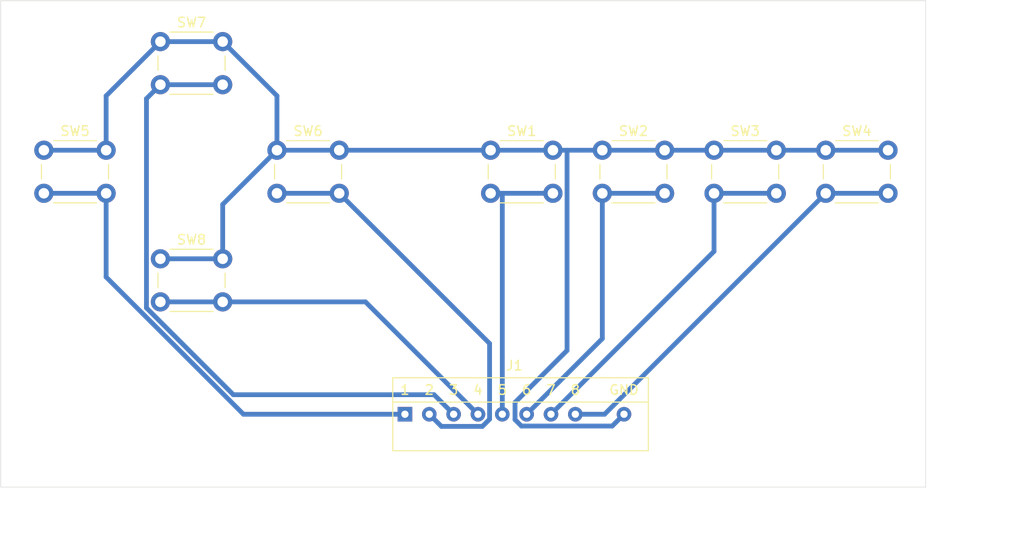
<source format=kicad_pcb>
(kicad_pcb (version 20171130) (host pcbnew 5.1.4-3.fc30)

  (general
    (thickness 1.6)
    (drawings 9)
    (tracks 56)
    (zones 0)
    (modules 9)
    (nets 10)
  )

  (page A4)
  (title_block
    (title "Dev Board Keypad Lab1 PCB")
    (date 2019-09-22)
    (rev 1.0)
    (company "mgr inż. Paweł Sobótka")
    (comment 1 "GNU GPLv3")
  )

  (layers
    (0 F.Cu jumper)
    (31 B.Cu signal)
    (32 B.Adhes user)
    (33 F.Adhes user)
    (34 B.Paste user)
    (35 F.Paste user)
    (36 B.SilkS user)
    (37 F.SilkS user)
    (38 B.Mask user)
    (39 F.Mask user)
    (40 Dwgs.User user)
    (41 Cmts.User user)
    (42 Eco1.User user)
    (43 Eco2.User user)
    (44 Edge.Cuts user)
    (45 Margin user)
    (46 B.CrtYd user)
    (47 F.CrtYd user)
    (48 B.Fab user)
    (49 F.Fab user)
  )

  (setup
    (last_trace_width 0.25)
    (user_trace_width 0.5)
    (trace_clearance 0.2)
    (zone_clearance 0.508)
    (zone_45_only no)
    (trace_min 0.2)
    (via_size 0.8)
    (via_drill 0.4)
    (via_min_size 0.4)
    (via_min_drill 0.3)
    (user_via 0.8 0.4)
    (uvia_size 0.3)
    (uvia_drill 0.1)
    (uvias_allowed no)
    (uvia_min_size 0.2)
    (uvia_min_drill 0.1)
    (edge_width 0.05)
    (segment_width 0.2)
    (pcb_text_width 0.3)
    (pcb_text_size 1.5 1.5)
    (mod_edge_width 0.12)
    (mod_text_size 1 1)
    (mod_text_width 0.15)
    (pad_size 1.524 1.524)
    (pad_drill 0.762)
    (pad_to_mask_clearance 0.051)
    (solder_mask_min_width 0.25)
    (aux_axis_origin 0 0)
    (visible_elements FFFFF77F)
    (pcbplotparams
      (layerselection 0x311fc_ffffffff)
      (usegerberextensions false)
      (usegerberattributes false)
      (usegerberadvancedattributes false)
      (creategerberjobfile true)
      (excludeedgelayer true)
      (linewidth 0.100000)
      (plotframeref false)
      (viasonmask false)
      (mode 1)
      (useauxorigin false)
      (hpglpennumber 1)
      (hpglpenspeed 20)
      (hpglpendiameter 15.000000)
      (psnegative false)
      (psa4output false)
      (plotreference true)
      (plotvalue true)
      (plotinvisibletext false)
      (padsonsilk false)
      (subtractmaskfromsilk false)
      (outputformat 1)
      (mirror false)
      (drillshape 0)
      (scaleselection 1)
      (outputdirectory "gerbv/"))
  )

  (net 0 "")
  (net 1 "Net-(J1-Pad9)")
  (net 2 "Net-(J1-Pad8)")
  (net 3 "Net-(J1-Pad7)")
  (net 4 "Net-(J1-Pad6)")
  (net 5 "Net-(J1-Pad5)")
  (net 6 "Net-(J1-Pad4)")
  (net 7 "Net-(J1-Pad3)")
  (net 8 "Net-(J1-Pad2)")
  (net 9 "Net-(J1-Pad1)")

  (net_class Default "To jest domyślna klasa połączeń."
    (clearance 0.2)
    (trace_width 0.25)
    (via_dia 0.8)
    (via_drill 0.4)
    (uvia_dia 0.3)
    (uvia_drill 0.1)
  )

  (net_class signal ""
    (clearance 0.2)
    (trace_width 0.5)
    (via_dia 0.8)
    (via_drill 0.4)
    (uvia_dia 0.3)
    (uvia_drill 0.1)
    (add_net "Net-(J1-Pad1)")
    (add_net "Net-(J1-Pad2)")
    (add_net "Net-(J1-Pad3)")
    (add_net "Net-(J1-Pad4)")
    (add_net "Net-(J1-Pad5)")
    (add_net "Net-(J1-Pad6)")
    (add_net "Net-(J1-Pad7)")
    (add_net "Net-(J1-Pad8)")
    (add_net "Net-(J1-Pad9)")
  )

  (module keyboard_lab1:con_pingold_9_P2.54 (layer F.Cu) (tedit 5D861682) (tstamp 5D86FCF1)
    (at 118.382 119.393)
    (descr "connector for wire")
    (tags "connector, wire")
    (path /5D8740CB)
    (fp_text reference J1 (at 11.43 -5.08) (layer F.SilkS)
      (effects (font (size 1 1) (thickness 0.15)))
    )
    (fp_text value pinout (at 12.7 5.08) (layer F.Fab)
      (effects (font (size 1 1) (thickness 0.15)))
    )
    (fp_line (start -1.27 -1.27) (end 25.4 -1.27) (layer F.SilkS) (width 0.12))
    (fp_line (start -1.27 3.81) (end -1.27 -3.81) (layer F.SilkS) (width 0.12))
    (fp_line (start 25.4 3.81) (end -1.27 3.81) (layer F.SilkS) (width 0.12))
    (fp_line (start 25.4 -3.81) (end 25.4 3.81) (layer F.SilkS) (width 0.12))
    (fp_line (start -1.27 -3.81) (end 25.4 -3.81) (layer F.SilkS) (width 0.12))
    (fp_line (start -1.27 -3.81) (end 25.4 -3.81) (layer F.CrtYd) (width 0.12))
    (fp_line (start -1.27 3.81) (end -1.27 -3.81) (layer F.CrtYd) (width 0.12))
    (fp_line (start 25.4 3.81) (end -1.27 3.81) (layer F.CrtYd) (width 0.12))
    (fp_line (start 25.4 -3.81) (end 25.4 3.81) (layer F.CrtYd) (width 0.12))
    (fp_text user GND (at 22.86 -2.54 unlocked) (layer F.SilkS)
      (effects (font (size 1 1) (thickness 0.15)))
    )
    (fp_text user 8 (at 17.78 -2.54) (layer F.SilkS)
      (effects (font (size 1 1) (thickness 0.15)))
    )
    (fp_text user 7 (at 15.24 -2.54) (layer F.SilkS)
      (effects (font (size 1 1) (thickness 0.15)))
    )
    (fp_text user 6 (at 12.7 -2.54) (layer F.SilkS)
      (effects (font (size 1 1) (thickness 0.15)))
    )
    (fp_text user 5 (at 10.16 -2.54) (layer F.SilkS)
      (effects (font (size 1 1) (thickness 0.15)))
    )
    (fp_text user 4 (at 7.62 -2.54) (layer F.SilkS)
      (effects (font (size 1 1) (thickness 0.15)))
    )
    (fp_text user 3 (at 5.08 -2.54) (layer F.SilkS)
      (effects (font (size 1 1) (thickness 0.15)))
    )
    (fp_text user 2 (at 2.54 -2.54) (layer F.SilkS)
      (effects (font (size 1 1) (thickness 0.15)))
    )
    (fp_text user 1 (at 0 -2.54) (layer F.SilkS)
      (effects (font (size 1 1) (thickness 0.15)))
    )
    (pad "" np_thru_hole circle (at 22.86 2.54) (size 1.524 1.524) (drill 1.524) (layers *.Cu *.Mask))
    (pad "" np_thru_hole circle (at 17.78 2.54) (size 1.524 1.524) (drill 1.524) (layers *.Cu *.Mask))
    (pad "" np_thru_hole circle (at 15.24 2.54) (size 1.524 1.524) (drill 1.524) (layers *.Cu *.Mask))
    (pad "" np_thru_hole circle (at 12.7 2.54) (size 1.524 1.524) (drill 1.524) (layers *.Cu *.Mask))
    (pad "" np_thru_hole circle (at 10.2 2.54) (size 1.524 1.524) (drill 1.524) (layers *.Cu *.Mask))
    (pad "" np_thru_hole circle (at 7.65 2.55) (size 1.524 1.524) (drill 1.524) (layers *.Cu *.Mask))
    (pad "" np_thru_hole circle (at 5.08 2.54) (size 1.524 1.524) (drill 1.524) (layers *.Cu *.Mask))
    (pad "" np_thru_hole circle (at 2.54 2.54) (size 1.524 1.524) (drill 1.524) (layers *.Cu *.Mask))
    (pad "" np_thru_hole circle (at 0 2.54) (size 1.524 1.524) (drill 1.524) (layers *.Cu *.Mask))
    (pad 9 thru_hole circle (at 22.86 0) (size 1.524 1.524) (drill 0.762) (layers *.Cu *.Mask)
      (net 1 "Net-(J1-Pad9)"))
    (pad 8 thru_hole circle (at 17.78 0) (size 1.524 1.524) (drill 0.762) (layers *.Cu *.Mask)
      (net 2 "Net-(J1-Pad8)"))
    (pad 7 thru_hole circle (at 15.24 0) (size 1.524 1.524) (drill 0.762) (layers *.Cu *.Mask)
      (net 3 "Net-(J1-Pad7)"))
    (pad 6 thru_hole circle (at 12.7 0) (size 1.524 1.524) (drill 0.762) (layers *.Cu *.Mask)
      (net 4 "Net-(J1-Pad6)"))
    (pad 5 thru_hole circle (at 10.16 0) (size 1.524 1.524) (drill 0.762) (layers *.Cu *.Mask)
      (net 5 "Net-(J1-Pad5)"))
    (pad 4 thru_hole circle (at 7.62 0) (size 1.524 1.524) (drill 0.762) (layers *.Cu *.Mask)
      (net 6 "Net-(J1-Pad4)"))
    (pad 3 thru_hole circle (at 5.08 0) (size 1.524 1.524) (drill 0.762) (layers *.Cu *.Mask)
      (net 7 "Net-(J1-Pad3)"))
    (pad 2 thru_hole circle (at 2.54 0) (size 1.524 1.524) (drill 0.762) (layers *.Cu *.Mask)
      (net 8 "Net-(J1-Pad2)"))
    (pad 1 thru_hole rect (at 0 0) (size 1.524 1.524) (drill 0.762) (layers *.Cu *.Mask)
      (net 9 "Net-(J1-Pad1)"))
  )

  (module Button_Switch_THT:SW_PUSH_6mm_H4.3mm (layer F.Cu) (tedit 5A02FE31) (tstamp 5D86FD10)
    (at 127.323 91.8146)
    (descr "tactile push button, 6x6mm e.g. PHAP33xx series, height=4.3mm")
    (tags "tact sw push 6mm")
    (path /5D870C7F)
    (fp_text reference SW1 (at 3.25 -2) (layer F.SilkS)
      (effects (font (size 1 1) (thickness 0.15)))
    )
    (fp_text value SW1 (at 3.75 6.7) (layer F.Fab)
      (effects (font (size 1 1) (thickness 0.15)))
    )
    (fp_text user %R (at 3.25 2.25) (layer F.Fab)
      (effects (font (size 1 1) (thickness 0.15)))
    )
    (fp_line (start 3.25 -0.75) (end 6.25 -0.75) (layer F.Fab) (width 0.1))
    (fp_line (start 6.25 -0.75) (end 6.25 5.25) (layer F.Fab) (width 0.1))
    (fp_line (start 6.25 5.25) (end 0.25 5.25) (layer F.Fab) (width 0.1))
    (fp_line (start 0.25 5.25) (end 0.25 -0.75) (layer F.Fab) (width 0.1))
    (fp_line (start 0.25 -0.75) (end 3.25 -0.75) (layer F.Fab) (width 0.1))
    (fp_line (start 7.75 6) (end 8 6) (layer F.CrtYd) (width 0.05))
    (fp_line (start 8 6) (end 8 5.75) (layer F.CrtYd) (width 0.05))
    (fp_line (start 7.75 -1.5) (end 8 -1.5) (layer F.CrtYd) (width 0.05))
    (fp_line (start 8 -1.5) (end 8 -1.25) (layer F.CrtYd) (width 0.05))
    (fp_line (start -1.5 -1.25) (end -1.5 -1.5) (layer F.CrtYd) (width 0.05))
    (fp_line (start -1.5 -1.5) (end -1.25 -1.5) (layer F.CrtYd) (width 0.05))
    (fp_line (start -1.5 5.75) (end -1.5 6) (layer F.CrtYd) (width 0.05))
    (fp_line (start -1.5 6) (end -1.25 6) (layer F.CrtYd) (width 0.05))
    (fp_line (start -1.25 -1.5) (end 7.75 -1.5) (layer F.CrtYd) (width 0.05))
    (fp_line (start -1.5 5.75) (end -1.5 -1.25) (layer F.CrtYd) (width 0.05))
    (fp_line (start 7.75 6) (end -1.25 6) (layer F.CrtYd) (width 0.05))
    (fp_line (start 8 -1.25) (end 8 5.75) (layer F.CrtYd) (width 0.05))
    (fp_line (start 1 5.5) (end 5.5 5.5) (layer F.SilkS) (width 0.12))
    (fp_line (start -0.25 1.5) (end -0.25 3) (layer F.SilkS) (width 0.12))
    (fp_line (start 5.5 -1) (end 1 -1) (layer F.SilkS) (width 0.12))
    (fp_line (start 6.75 3) (end 6.75 1.5) (layer F.SilkS) (width 0.12))
    (fp_circle (center 3.25 2.25) (end 1.25 2.5) (layer F.Fab) (width 0.1))
    (pad 2 thru_hole circle (at 0 4.5 90) (size 2 2) (drill 1.1) (layers *.Cu *.Mask)
      (net 5 "Net-(J1-Pad5)"))
    (pad 1 thru_hole circle (at 0 0 90) (size 2 2) (drill 1.1) (layers *.Cu *.Mask)
      (net 1 "Net-(J1-Pad9)"))
    (pad 2 thru_hole circle (at 6.5 4.5 90) (size 2 2) (drill 1.1) (layers *.Cu *.Mask)
      (net 5 "Net-(J1-Pad5)"))
    (pad 1 thru_hole circle (at 6.5 0 90) (size 2 2) (drill 1.1) (layers *.Cu *.Mask)
      (net 1 "Net-(J1-Pad9)"))
    (model ${KISYS3DMOD}/Button_Switch_THT.3dshapes/SW_PUSH_6mm_H4.3mm.wrl
      (at (xyz 0 0 0))
      (scale (xyz 1 1 1))
      (rotate (xyz 0 0 0))
    )
  )

  (module Button_Switch_THT:SW_PUSH_6mm_H4.3mm (layer F.Cu) (tedit 5A02FE31) (tstamp 5D86FD2F)
    (at 138.979 91.8146)
    (descr "tactile push button, 6x6mm e.g. PHAP33xx series, height=4.3mm")
    (tags "tact sw push 6mm")
    (path /5D8715A9)
    (fp_text reference SW2 (at 3.25 -2) (layer F.SilkS)
      (effects (font (size 1 1) (thickness 0.15)))
    )
    (fp_text value SW2 (at 3.75 6.7) (layer F.Fab)
      (effects (font (size 1 1) (thickness 0.15)))
    )
    (fp_circle (center 3.25 2.25) (end 1.25 2.5) (layer F.Fab) (width 0.1))
    (fp_line (start 6.75 3) (end 6.75 1.5) (layer F.SilkS) (width 0.12))
    (fp_line (start 5.5 -1) (end 1 -1) (layer F.SilkS) (width 0.12))
    (fp_line (start -0.25 1.5) (end -0.25 3) (layer F.SilkS) (width 0.12))
    (fp_line (start 1 5.5) (end 5.5 5.5) (layer F.SilkS) (width 0.12))
    (fp_line (start 8 -1.25) (end 8 5.75) (layer F.CrtYd) (width 0.05))
    (fp_line (start 7.75 6) (end -1.25 6) (layer F.CrtYd) (width 0.05))
    (fp_line (start -1.5 5.75) (end -1.5 -1.25) (layer F.CrtYd) (width 0.05))
    (fp_line (start -1.25 -1.5) (end 7.75 -1.5) (layer F.CrtYd) (width 0.05))
    (fp_line (start -1.5 6) (end -1.25 6) (layer F.CrtYd) (width 0.05))
    (fp_line (start -1.5 5.75) (end -1.5 6) (layer F.CrtYd) (width 0.05))
    (fp_line (start -1.5 -1.5) (end -1.25 -1.5) (layer F.CrtYd) (width 0.05))
    (fp_line (start -1.5 -1.25) (end -1.5 -1.5) (layer F.CrtYd) (width 0.05))
    (fp_line (start 8 -1.5) (end 8 -1.25) (layer F.CrtYd) (width 0.05))
    (fp_line (start 7.75 -1.5) (end 8 -1.5) (layer F.CrtYd) (width 0.05))
    (fp_line (start 8 6) (end 8 5.75) (layer F.CrtYd) (width 0.05))
    (fp_line (start 7.75 6) (end 8 6) (layer F.CrtYd) (width 0.05))
    (fp_line (start 0.25 -0.75) (end 3.25 -0.75) (layer F.Fab) (width 0.1))
    (fp_line (start 0.25 5.25) (end 0.25 -0.75) (layer F.Fab) (width 0.1))
    (fp_line (start 6.25 5.25) (end 0.25 5.25) (layer F.Fab) (width 0.1))
    (fp_line (start 6.25 -0.75) (end 6.25 5.25) (layer F.Fab) (width 0.1))
    (fp_line (start 3.25 -0.75) (end 6.25 -0.75) (layer F.Fab) (width 0.1))
    (fp_text user %R (at 3.25 2.25) (layer F.Fab)
      (effects (font (size 1 1) (thickness 0.15)))
    )
    (pad 1 thru_hole circle (at 6.5 0 90) (size 2 2) (drill 1.1) (layers *.Cu *.Mask)
      (net 1 "Net-(J1-Pad9)"))
    (pad 2 thru_hole circle (at 6.5 4.5 90) (size 2 2) (drill 1.1) (layers *.Cu *.Mask)
      (net 4 "Net-(J1-Pad6)"))
    (pad 1 thru_hole circle (at 0 0 90) (size 2 2) (drill 1.1) (layers *.Cu *.Mask)
      (net 1 "Net-(J1-Pad9)"))
    (pad 2 thru_hole circle (at 0 4.5 90) (size 2 2) (drill 1.1) (layers *.Cu *.Mask)
      (net 4 "Net-(J1-Pad6)"))
    (model ${KISYS3DMOD}/Button_Switch_THT.3dshapes/SW_PUSH_6mm_H4.3mm.wrl
      (at (xyz 0 0 0))
      (scale (xyz 1 1 1))
      (rotate (xyz 0 0 0))
    )
  )

  (module Button_Switch_THT:SW_PUSH_6mm_H4.3mm (layer F.Cu) (tedit 5A02FE31) (tstamp 5D86FD4E)
    (at 150.636 91.8146)
    (descr "tactile push button, 6x6mm e.g. PHAP33xx series, height=4.3mm")
    (tags "tact sw push 6mm")
    (path /5D871C4A)
    (fp_text reference SW3 (at 3.25 -2) (layer F.SilkS)
      (effects (font (size 1 1) (thickness 0.15)))
    )
    (fp_text value SW3 (at 3.75 6.7) (layer F.Fab)
      (effects (font (size 1 1) (thickness 0.15)))
    )
    (fp_text user %R (at 3.25 2.25) (layer F.Fab)
      (effects (font (size 1 1) (thickness 0.15)))
    )
    (fp_line (start 3.25 -0.75) (end 6.25 -0.75) (layer F.Fab) (width 0.1))
    (fp_line (start 6.25 -0.75) (end 6.25 5.25) (layer F.Fab) (width 0.1))
    (fp_line (start 6.25 5.25) (end 0.25 5.25) (layer F.Fab) (width 0.1))
    (fp_line (start 0.25 5.25) (end 0.25 -0.75) (layer F.Fab) (width 0.1))
    (fp_line (start 0.25 -0.75) (end 3.25 -0.75) (layer F.Fab) (width 0.1))
    (fp_line (start 7.75 6) (end 8 6) (layer F.CrtYd) (width 0.05))
    (fp_line (start 8 6) (end 8 5.75) (layer F.CrtYd) (width 0.05))
    (fp_line (start 7.75 -1.5) (end 8 -1.5) (layer F.CrtYd) (width 0.05))
    (fp_line (start 8 -1.5) (end 8 -1.25) (layer F.CrtYd) (width 0.05))
    (fp_line (start -1.5 -1.25) (end -1.5 -1.5) (layer F.CrtYd) (width 0.05))
    (fp_line (start -1.5 -1.5) (end -1.25 -1.5) (layer F.CrtYd) (width 0.05))
    (fp_line (start -1.5 5.75) (end -1.5 6) (layer F.CrtYd) (width 0.05))
    (fp_line (start -1.5 6) (end -1.25 6) (layer F.CrtYd) (width 0.05))
    (fp_line (start -1.25 -1.5) (end 7.75 -1.5) (layer F.CrtYd) (width 0.05))
    (fp_line (start -1.5 5.75) (end -1.5 -1.25) (layer F.CrtYd) (width 0.05))
    (fp_line (start 7.75 6) (end -1.25 6) (layer F.CrtYd) (width 0.05))
    (fp_line (start 8 -1.25) (end 8 5.75) (layer F.CrtYd) (width 0.05))
    (fp_line (start 1 5.5) (end 5.5 5.5) (layer F.SilkS) (width 0.12))
    (fp_line (start -0.25 1.5) (end -0.25 3) (layer F.SilkS) (width 0.12))
    (fp_line (start 5.5 -1) (end 1 -1) (layer F.SilkS) (width 0.12))
    (fp_line (start 6.75 3) (end 6.75 1.5) (layer F.SilkS) (width 0.12))
    (fp_circle (center 3.25 2.25) (end 1.25 2.5) (layer F.Fab) (width 0.1))
    (pad 2 thru_hole circle (at 0 4.5 90) (size 2 2) (drill 1.1) (layers *.Cu *.Mask)
      (net 3 "Net-(J1-Pad7)"))
    (pad 1 thru_hole circle (at 0 0 90) (size 2 2) (drill 1.1) (layers *.Cu *.Mask)
      (net 1 "Net-(J1-Pad9)"))
    (pad 2 thru_hole circle (at 6.5 4.5 90) (size 2 2) (drill 1.1) (layers *.Cu *.Mask)
      (net 3 "Net-(J1-Pad7)"))
    (pad 1 thru_hole circle (at 6.5 0 90) (size 2 2) (drill 1.1) (layers *.Cu *.Mask)
      (net 1 "Net-(J1-Pad9)"))
    (model ${KISYS3DMOD}/Button_Switch_THT.3dshapes/SW_PUSH_6mm_H4.3mm.wrl
      (at (xyz 0 0 0))
      (scale (xyz 1 1 1))
      (rotate (xyz 0 0 0))
    )
  )

  (module Button_Switch_THT:SW_PUSH_6mm_H4.3mm (layer F.Cu) (tedit 5A02FE31) (tstamp 5D86FD6D)
    (at 162.293 91.8146)
    (descr "tactile push button, 6x6mm e.g. PHAP33xx series, height=4.3mm")
    (tags "tact sw push 6mm")
    (path /5D87214D)
    (fp_text reference SW4 (at 3.25 -2) (layer F.SilkS)
      (effects (font (size 1 1) (thickness 0.15)))
    )
    (fp_text value SW4 (at 3.75 6.7) (layer F.Fab)
      (effects (font (size 1 1) (thickness 0.15)))
    )
    (fp_circle (center 3.25 2.25) (end 1.25 2.5) (layer F.Fab) (width 0.1))
    (fp_line (start 6.75 3) (end 6.75 1.5) (layer F.SilkS) (width 0.12))
    (fp_line (start 5.5 -1) (end 1 -1) (layer F.SilkS) (width 0.12))
    (fp_line (start -0.25 1.5) (end -0.25 3) (layer F.SilkS) (width 0.12))
    (fp_line (start 1 5.5) (end 5.5 5.5) (layer F.SilkS) (width 0.12))
    (fp_line (start 8 -1.25) (end 8 5.75) (layer F.CrtYd) (width 0.05))
    (fp_line (start 7.75 6) (end -1.25 6) (layer F.CrtYd) (width 0.05))
    (fp_line (start -1.5 5.75) (end -1.5 -1.25) (layer F.CrtYd) (width 0.05))
    (fp_line (start -1.25 -1.5) (end 7.75 -1.5) (layer F.CrtYd) (width 0.05))
    (fp_line (start -1.5 6) (end -1.25 6) (layer F.CrtYd) (width 0.05))
    (fp_line (start -1.5 5.75) (end -1.5 6) (layer F.CrtYd) (width 0.05))
    (fp_line (start -1.5 -1.5) (end -1.25 -1.5) (layer F.CrtYd) (width 0.05))
    (fp_line (start -1.5 -1.25) (end -1.5 -1.5) (layer F.CrtYd) (width 0.05))
    (fp_line (start 8 -1.5) (end 8 -1.25) (layer F.CrtYd) (width 0.05))
    (fp_line (start 7.75 -1.5) (end 8 -1.5) (layer F.CrtYd) (width 0.05))
    (fp_line (start 8 6) (end 8 5.75) (layer F.CrtYd) (width 0.05))
    (fp_line (start 7.75 6) (end 8 6) (layer F.CrtYd) (width 0.05))
    (fp_line (start 0.25 -0.75) (end 3.25 -0.75) (layer F.Fab) (width 0.1))
    (fp_line (start 0.25 5.25) (end 0.25 -0.75) (layer F.Fab) (width 0.1))
    (fp_line (start 6.25 5.25) (end 0.25 5.25) (layer F.Fab) (width 0.1))
    (fp_line (start 6.25 -0.75) (end 6.25 5.25) (layer F.Fab) (width 0.1))
    (fp_line (start 3.25 -0.75) (end 6.25 -0.75) (layer F.Fab) (width 0.1))
    (fp_text user %R (at 3.25 2.25) (layer F.Fab)
      (effects (font (size 1 1) (thickness 0.15)))
    )
    (pad 1 thru_hole circle (at 6.5 0 90) (size 2 2) (drill 1.1) (layers *.Cu *.Mask)
      (net 1 "Net-(J1-Pad9)"))
    (pad 2 thru_hole circle (at 6.5 4.5 90) (size 2 2) (drill 1.1) (layers *.Cu *.Mask)
      (net 2 "Net-(J1-Pad8)"))
    (pad 1 thru_hole circle (at 0 0 90) (size 2 2) (drill 1.1) (layers *.Cu *.Mask)
      (net 1 "Net-(J1-Pad9)"))
    (pad 2 thru_hole circle (at 0 4.5 90) (size 2 2) (drill 1.1) (layers *.Cu *.Mask)
      (net 2 "Net-(J1-Pad8)"))
    (model ${KISYS3DMOD}/Button_Switch_THT.3dshapes/SW_PUSH_6mm_H4.3mm.wrl
      (at (xyz 0 0 0))
      (scale (xyz 1 1 1))
      (rotate (xyz 0 0 0))
    )
  )

  (module Button_Switch_THT:SW_PUSH_6mm_H4.3mm (layer F.Cu) (tedit 5A02FE31) (tstamp 5D86FD8C)
    (at 80.701 91.8146)
    (descr "tactile push button, 6x6mm e.g. PHAP33xx series, height=4.3mm")
    (tags "tact sw push 6mm")
    (path /5D87289A)
    (fp_text reference SW5 (at 3.25 -2) (layer F.SilkS)
      (effects (font (size 1 1) (thickness 0.15)))
    )
    (fp_text value LEFT (at 3.75 6.7) (layer F.Fab)
      (effects (font (size 1 1) (thickness 0.15)))
    )
    (fp_text user %R (at 3.25 2.25) (layer F.Fab)
      (effects (font (size 1 1) (thickness 0.15)))
    )
    (fp_line (start 3.25 -0.75) (end 6.25 -0.75) (layer F.Fab) (width 0.1))
    (fp_line (start 6.25 -0.75) (end 6.25 5.25) (layer F.Fab) (width 0.1))
    (fp_line (start 6.25 5.25) (end 0.25 5.25) (layer F.Fab) (width 0.1))
    (fp_line (start 0.25 5.25) (end 0.25 -0.75) (layer F.Fab) (width 0.1))
    (fp_line (start 0.25 -0.75) (end 3.25 -0.75) (layer F.Fab) (width 0.1))
    (fp_line (start 7.75 6) (end 8 6) (layer F.CrtYd) (width 0.05))
    (fp_line (start 8 6) (end 8 5.75) (layer F.CrtYd) (width 0.05))
    (fp_line (start 7.75 -1.5) (end 8 -1.5) (layer F.CrtYd) (width 0.05))
    (fp_line (start 8 -1.5) (end 8 -1.25) (layer F.CrtYd) (width 0.05))
    (fp_line (start -1.5 -1.25) (end -1.5 -1.5) (layer F.CrtYd) (width 0.05))
    (fp_line (start -1.5 -1.5) (end -1.25 -1.5) (layer F.CrtYd) (width 0.05))
    (fp_line (start -1.5 5.75) (end -1.5 6) (layer F.CrtYd) (width 0.05))
    (fp_line (start -1.5 6) (end -1.25 6) (layer F.CrtYd) (width 0.05))
    (fp_line (start -1.25 -1.5) (end 7.75 -1.5) (layer F.CrtYd) (width 0.05))
    (fp_line (start -1.5 5.75) (end -1.5 -1.25) (layer F.CrtYd) (width 0.05))
    (fp_line (start 7.75 6) (end -1.25 6) (layer F.CrtYd) (width 0.05))
    (fp_line (start 8 -1.25) (end 8 5.75) (layer F.CrtYd) (width 0.05))
    (fp_line (start 1 5.5) (end 5.5 5.5) (layer F.SilkS) (width 0.12))
    (fp_line (start -0.25 1.5) (end -0.25 3) (layer F.SilkS) (width 0.12))
    (fp_line (start 5.5 -1) (end 1 -1) (layer F.SilkS) (width 0.12))
    (fp_line (start 6.75 3) (end 6.75 1.5) (layer F.SilkS) (width 0.12))
    (fp_circle (center 3.25 2.25) (end 1.25 2.5) (layer F.Fab) (width 0.1))
    (pad 2 thru_hole circle (at 0 4.5 90) (size 2 2) (drill 1.1) (layers *.Cu *.Mask)
      (net 9 "Net-(J1-Pad1)"))
    (pad 1 thru_hole circle (at 0 0 90) (size 2 2) (drill 1.1) (layers *.Cu *.Mask)
      (net 1 "Net-(J1-Pad9)"))
    (pad 2 thru_hole circle (at 6.5 4.5 90) (size 2 2) (drill 1.1) (layers *.Cu *.Mask)
      (net 9 "Net-(J1-Pad1)"))
    (pad 1 thru_hole circle (at 6.5 0 90) (size 2 2) (drill 1.1) (layers *.Cu *.Mask)
      (net 1 "Net-(J1-Pad9)"))
    (model ${KISYS3DMOD}/Button_Switch_THT.3dshapes/SW_PUSH_6mm_H4.3mm.wrl
      (at (xyz 0 0 0))
      (scale (xyz 1 1 1))
      (rotate (xyz 0 0 0))
    )
  )

  (module Button_Switch_THT:SW_PUSH_6mm_H4.3mm (layer F.Cu) (tedit 5A02FE31) (tstamp 5D86FDAB)
    (at 105.026 91.8146)
    (descr "tactile push button, 6x6mm e.g. PHAP33xx series, height=4.3mm")
    (tags "tact sw push 6mm")
    (path /5D872EA4)
    (fp_text reference SW6 (at 3.25 -2) (layer F.SilkS)
      (effects (font (size 1 1) (thickness 0.15)))
    )
    (fp_text value RIGHT (at 3.75 6.7) (layer F.Fab)
      (effects (font (size 1 1) (thickness 0.15)))
    )
    (fp_circle (center 3.25 2.25) (end 1.25 2.5) (layer F.Fab) (width 0.1))
    (fp_line (start 6.75 3) (end 6.75 1.5) (layer F.SilkS) (width 0.12))
    (fp_line (start 5.5 -1) (end 1 -1) (layer F.SilkS) (width 0.12))
    (fp_line (start -0.25 1.5) (end -0.25 3) (layer F.SilkS) (width 0.12))
    (fp_line (start 1 5.5) (end 5.5 5.5) (layer F.SilkS) (width 0.12))
    (fp_line (start 8 -1.25) (end 8 5.75) (layer F.CrtYd) (width 0.05))
    (fp_line (start 7.75 6) (end -1.25 6) (layer F.CrtYd) (width 0.05))
    (fp_line (start -1.5 5.75) (end -1.5 -1.25) (layer F.CrtYd) (width 0.05))
    (fp_line (start -1.25 -1.5) (end 7.75 -1.5) (layer F.CrtYd) (width 0.05))
    (fp_line (start -1.5 6) (end -1.25 6) (layer F.CrtYd) (width 0.05))
    (fp_line (start -1.5 5.75) (end -1.5 6) (layer F.CrtYd) (width 0.05))
    (fp_line (start -1.5 -1.5) (end -1.25 -1.5) (layer F.CrtYd) (width 0.05))
    (fp_line (start -1.5 -1.25) (end -1.5 -1.5) (layer F.CrtYd) (width 0.05))
    (fp_line (start 8 -1.5) (end 8 -1.25) (layer F.CrtYd) (width 0.05))
    (fp_line (start 7.75 -1.5) (end 8 -1.5) (layer F.CrtYd) (width 0.05))
    (fp_line (start 8 6) (end 8 5.75) (layer F.CrtYd) (width 0.05))
    (fp_line (start 7.75 6) (end 8 6) (layer F.CrtYd) (width 0.05))
    (fp_line (start 0.25 -0.75) (end 3.25 -0.75) (layer F.Fab) (width 0.1))
    (fp_line (start 0.25 5.25) (end 0.25 -0.75) (layer F.Fab) (width 0.1))
    (fp_line (start 6.25 5.25) (end 0.25 5.25) (layer F.Fab) (width 0.1))
    (fp_line (start 6.25 -0.75) (end 6.25 5.25) (layer F.Fab) (width 0.1))
    (fp_line (start 3.25 -0.75) (end 6.25 -0.75) (layer F.Fab) (width 0.1))
    (fp_text user %R (at 3.25 2.25) (layer F.Fab)
      (effects (font (size 1 1) (thickness 0.15)))
    )
    (pad 1 thru_hole circle (at 6.5 0 90) (size 2 2) (drill 1.1) (layers *.Cu *.Mask)
      (net 1 "Net-(J1-Pad9)"))
    (pad 2 thru_hole circle (at 6.5 4.5 90) (size 2 2) (drill 1.1) (layers *.Cu *.Mask)
      (net 8 "Net-(J1-Pad2)"))
    (pad 1 thru_hole circle (at 0 0 90) (size 2 2) (drill 1.1) (layers *.Cu *.Mask)
      (net 1 "Net-(J1-Pad9)"))
    (pad 2 thru_hole circle (at 0 4.5 90) (size 2 2) (drill 1.1) (layers *.Cu *.Mask)
      (net 8 "Net-(J1-Pad2)"))
    (model ${KISYS3DMOD}/Button_Switch_THT.3dshapes/SW_PUSH_6mm_H4.3mm.wrl
      (at (xyz 0 0 0))
      (scale (xyz 1 1 1))
      (rotate (xyz 0 0 0))
    )
  )

  (module Button_Switch_THT:SW_PUSH_6mm_H4.3mm (layer F.Cu) (tedit 5A02FE31) (tstamp 5D8701D7)
    (at 92.864 80.4723)
    (descr "tactile push button, 6x6mm e.g. PHAP33xx series, height=4.3mm")
    (tags "tact sw push 6mm")
    (path /5D87338A)
    (fp_text reference SW7 (at 3.25 -2) (layer F.SilkS)
      (effects (font (size 1 1) (thickness 0.15)))
    )
    (fp_text value UP (at 3.75 6.7) (layer F.Fab)
      (effects (font (size 1 1) (thickness 0.15)))
    )
    (fp_text user %R (at 3.25 2.25) (layer F.Fab)
      (effects (font (size 1 1) (thickness 0.15)))
    )
    (fp_line (start 3.25 -0.75) (end 6.25 -0.75) (layer F.Fab) (width 0.1))
    (fp_line (start 6.25 -0.75) (end 6.25 5.25) (layer F.Fab) (width 0.1))
    (fp_line (start 6.25 5.25) (end 0.25 5.25) (layer F.Fab) (width 0.1))
    (fp_line (start 0.25 5.25) (end 0.25 -0.75) (layer F.Fab) (width 0.1))
    (fp_line (start 0.25 -0.75) (end 3.25 -0.75) (layer F.Fab) (width 0.1))
    (fp_line (start 7.75 6) (end 8 6) (layer F.CrtYd) (width 0.05))
    (fp_line (start 8 6) (end 8 5.75) (layer F.CrtYd) (width 0.05))
    (fp_line (start 7.75 -1.5) (end 8 -1.5) (layer F.CrtYd) (width 0.05))
    (fp_line (start 8 -1.5) (end 8 -1.25) (layer F.CrtYd) (width 0.05))
    (fp_line (start -1.5 -1.25) (end -1.5 -1.5) (layer F.CrtYd) (width 0.05))
    (fp_line (start -1.5 -1.5) (end -1.25 -1.5) (layer F.CrtYd) (width 0.05))
    (fp_line (start -1.5 5.75) (end -1.5 6) (layer F.CrtYd) (width 0.05))
    (fp_line (start -1.5 6) (end -1.25 6) (layer F.CrtYd) (width 0.05))
    (fp_line (start -1.25 -1.5) (end 7.75 -1.5) (layer F.CrtYd) (width 0.05))
    (fp_line (start -1.5 5.75) (end -1.5 -1.25) (layer F.CrtYd) (width 0.05))
    (fp_line (start 7.75 6) (end -1.25 6) (layer F.CrtYd) (width 0.05))
    (fp_line (start 8 -1.25) (end 8 5.75) (layer F.CrtYd) (width 0.05))
    (fp_line (start 1 5.5) (end 5.5 5.5) (layer F.SilkS) (width 0.12))
    (fp_line (start -0.25 1.5) (end -0.25 3) (layer F.SilkS) (width 0.12))
    (fp_line (start 5.5 -1) (end 1 -1) (layer F.SilkS) (width 0.12))
    (fp_line (start 6.75 3) (end 6.75 1.5) (layer F.SilkS) (width 0.12))
    (fp_circle (center 3.25 2.25) (end 1.25 2.5) (layer F.Fab) (width 0.1))
    (pad 2 thru_hole circle (at 0 4.5 90) (size 2 2) (drill 1.1) (layers *.Cu *.Mask)
      (net 7 "Net-(J1-Pad3)"))
    (pad 1 thru_hole circle (at 0 0 90) (size 2 2) (drill 1.1) (layers *.Cu *.Mask)
      (net 1 "Net-(J1-Pad9)"))
    (pad 2 thru_hole circle (at 6.5 4.5 90) (size 2 2) (drill 1.1) (layers *.Cu *.Mask)
      (net 7 "Net-(J1-Pad3)"))
    (pad 1 thru_hole circle (at 6.5 0 90) (size 2 2) (drill 1.1) (layers *.Cu *.Mask)
      (net 1 "Net-(J1-Pad9)"))
    (model ${KISYS3DMOD}/Button_Switch_THT.3dshapes/SW_PUSH_6mm_H4.3mm.wrl
      (at (xyz 0 0 0))
      (scale (xyz 1 1 1))
      (rotate (xyz 0 0 0))
    )
  )

  (module Button_Switch_THT:SW_PUSH_6mm_H4.3mm (layer F.Cu) (tedit 5A02FE31) (tstamp 5D86FDE9)
    (at 92.864 103.157)
    (descr "tactile push button, 6x6mm e.g. PHAP33xx series, height=4.3mm")
    (tags "tact sw push 6mm")
    (path /5D8737DE)
    (fp_text reference SW8 (at 3.25 -2) (layer F.SilkS)
      (effects (font (size 1 1) (thickness 0.15)))
    )
    (fp_text value DOWN (at 3.75 6.7) (layer F.Fab)
      (effects (font (size 1 1) (thickness 0.15)))
    )
    (fp_circle (center 3.25 2.25) (end 1.25 2.5) (layer F.Fab) (width 0.1))
    (fp_line (start 6.75 3) (end 6.75 1.5) (layer F.SilkS) (width 0.12))
    (fp_line (start 5.5 -1) (end 1 -1) (layer F.SilkS) (width 0.12))
    (fp_line (start -0.25 1.5) (end -0.25 3) (layer F.SilkS) (width 0.12))
    (fp_line (start 1 5.5) (end 5.5 5.5) (layer F.SilkS) (width 0.12))
    (fp_line (start 8 -1.25) (end 8 5.75) (layer F.CrtYd) (width 0.05))
    (fp_line (start 7.75 6) (end -1.25 6) (layer F.CrtYd) (width 0.05))
    (fp_line (start -1.5 5.75) (end -1.5 -1.25) (layer F.CrtYd) (width 0.05))
    (fp_line (start -1.25 -1.5) (end 7.75 -1.5) (layer F.CrtYd) (width 0.05))
    (fp_line (start -1.5 6) (end -1.25 6) (layer F.CrtYd) (width 0.05))
    (fp_line (start -1.5 5.75) (end -1.5 6) (layer F.CrtYd) (width 0.05))
    (fp_line (start -1.5 -1.5) (end -1.25 -1.5) (layer F.CrtYd) (width 0.05))
    (fp_line (start -1.5 -1.25) (end -1.5 -1.5) (layer F.CrtYd) (width 0.05))
    (fp_line (start 8 -1.5) (end 8 -1.25) (layer F.CrtYd) (width 0.05))
    (fp_line (start 7.75 -1.5) (end 8 -1.5) (layer F.CrtYd) (width 0.05))
    (fp_line (start 8 6) (end 8 5.75) (layer F.CrtYd) (width 0.05))
    (fp_line (start 7.75 6) (end 8 6) (layer F.CrtYd) (width 0.05))
    (fp_line (start 0.25 -0.75) (end 3.25 -0.75) (layer F.Fab) (width 0.1))
    (fp_line (start 0.25 5.25) (end 0.25 -0.75) (layer F.Fab) (width 0.1))
    (fp_line (start 6.25 5.25) (end 0.25 5.25) (layer F.Fab) (width 0.1))
    (fp_line (start 6.25 -0.75) (end 6.25 5.25) (layer F.Fab) (width 0.1))
    (fp_line (start 3.25 -0.75) (end 6.25 -0.75) (layer F.Fab) (width 0.1))
    (fp_text user %R (at 3.25 2.25) (layer F.Fab)
      (effects (font (size 1 1) (thickness 0.15)))
    )
    (pad 1 thru_hole circle (at 6.5 0 90) (size 2 2) (drill 1.1) (layers *.Cu *.Mask)
      (net 1 "Net-(J1-Pad9)"))
    (pad 2 thru_hole circle (at 6.5 4.5 90) (size 2 2) (drill 1.1) (layers *.Cu *.Mask)
      (net 6 "Net-(J1-Pad4)"))
    (pad 1 thru_hole circle (at 0 0 90) (size 2 2) (drill 1.1) (layers *.Cu *.Mask)
      (net 1 "Net-(J1-Pad9)"))
    (pad 2 thru_hole circle (at 0 4.5 90) (size 2 2) (drill 1.1) (layers *.Cu *.Mask)
      (net 6 "Net-(J1-Pad4)"))
    (model ${KISYS3DMOD}/Button_Switch_THT.3dshapes/SW_PUSH_6mm_H4.3mm.wrl
      (at (xyz 0 0 0))
      (scale (xyz 1 1 1))
      (rotate (xyz 0 0 0))
    )
  )

  (gr_text 2019 (at 82.55 120.65) (layer Dwgs.User)
    (effects (font (size 2 2) (thickness 0.4)) (justify left))
  )
  (gr_text "v1.0\nGNU GPLv3" (at 153.67 81.28) (layer Dwgs.User)
    (effects (font (size 2 2) (thickness 0.4)) (justify left))
  )
  (dimension 50.8 (width 0.15) (layer Dwgs.User)
    (gr_text "50,800 mm" (at 181.64 101.6 90) (layer Dwgs.User)
      (effects (font (size 1 1) (thickness 0.15)))
    )
    (feature1 (pts (xy 172.72 76.2) (xy 180.926421 76.2)))
    (feature2 (pts (xy 172.72 127) (xy 180.926421 127)))
    (crossbar (pts (xy 180.34 127) (xy 180.34 76.2)))
    (arrow1a (pts (xy 180.34 76.2) (xy 180.926421 77.326504)))
    (arrow1b (pts (xy 180.34 76.2) (xy 179.753579 77.326504)))
    (arrow2a (pts (xy 180.34 127) (xy 180.926421 125.873496)))
    (arrow2b (pts (xy 180.34 127) (xy 179.753579 125.873496)))
  )
  (dimension 96.52 (width 0.15) (layer Dwgs.User)
    (gr_text "96,520 mm" (at 124.46 133.38) (layer Dwgs.User)
      (effects (font (size 1 1) (thickness 0.15)))
    )
    (feature1 (pts (xy 172.72 127) (xy 172.72 132.666421)))
    (feature2 (pts (xy 76.2 127) (xy 76.2 132.666421)))
    (crossbar (pts (xy 76.2 132.08) (xy 172.72 132.08)))
    (arrow1a (pts (xy 172.72 132.08) (xy 171.593496 132.666421)))
    (arrow1b (pts (xy 172.72 132.08) (xy 171.593496 131.493579)))
    (arrow2a (pts (xy 76.2 132.08) (xy 77.326504 132.666421)))
    (arrow2b (pts (xy 76.2 132.08) (xy 77.326504 131.493579)))
  )
  (gr_text "Keypad Lab1\nby SQ7EQE" (at 142.24 106.68) (layer Dwgs.User)
    (effects (font (size 2.5 2.5) (thickness 0.5)))
  )
  (gr_line (start 76.2 127) (end 76.2 76.2) (layer Edge.Cuts) (width 0.05) (tstamp 5D871610))
  (gr_line (start 172.72 127) (end 76.2 127) (layer Edge.Cuts) (width 0.05))
  (gr_line (start 172.72 76.2) (end 172.72 127) (layer Edge.Cuts) (width 0.05))
  (gr_line (start 76.2 76.2) (end 172.72 76.2) (layer Edge.Cuts) (width 0.05))

  (segment (start 135.2996 91.8146) (end 133.823 91.8146) (width 0.5) (layer B.Cu) (net 1))
  (segment (start 138.979 91.8146) (end 135.2996 91.8146) (width 0.5) (layer B.Cu) (net 1))
  (segment (start 135.2996 91.8146) (end 135.2996 112.7273) (width 0.5) (layer B.Cu) (net 1))
  (segment (start 135.2996 112.7273) (end 129.8696 118.1573) (width 0.5) (layer B.Cu) (net 1))
  (segment (start 129.8696 118.1573) (end 129.8696 119.9583) (width 0.5) (layer B.Cu) (net 1))
  (segment (start 129.8696 119.9583) (end 130.5366 120.6253) (width 0.5) (layer B.Cu) (net 1))
  (segment (start 130.5366 120.6253) (end 140.0097 120.6253) (width 0.5) (layer B.Cu) (net 1))
  (segment (start 140.0097 120.6253) (end 141.242 119.393) (width 0.5) (layer B.Cu) (net 1))
  (segment (start 162.293 91.8146) (end 168.793 91.8146) (width 0.5) (layer B.Cu) (net 1))
  (segment (start 133.823 91.8146) (end 127.323 91.8146) (width 0.5) (layer B.Cu) (net 1))
  (segment (start 145.479 91.8146) (end 138.979 91.8146) (width 0.5) (layer B.Cu) (net 1))
  (segment (start 150.636 91.8146) (end 145.479 91.8146) (width 0.5) (layer B.Cu) (net 1))
  (segment (start 157.136 91.8146) (end 150.636 91.8146) (width 0.5) (layer B.Cu) (net 1))
  (segment (start 162.293 91.8146) (end 157.136 91.8146) (width 0.5) (layer B.Cu) (net 1))
  (segment (start 87.201 91.8146) (end 87.201 86.1353) (width 0.5) (layer B.Cu) (net 1))
  (segment (start 87.201 86.1353) (end 92.864 80.4723) (width 0.5) (layer B.Cu) (net 1))
  (segment (start 87.201 91.8146) (end 80.701 91.8146) (width 0.5) (layer B.Cu) (net 1))
  (segment (start 99.364 80.4723) (end 105.026 86.1343) (width 0.5) (layer B.Cu) (net 1))
  (segment (start 105.026 86.1343) (end 105.026 91.8146) (width 0.5) (layer B.Cu) (net 1))
  (segment (start 99.364 80.4723) (end 92.864 80.4723) (width 0.5) (layer B.Cu) (net 1))
  (segment (start 111.526 91.8146) (end 127.323 91.8146) (width 0.5) (layer B.Cu) (net 1))
  (segment (start 105.026 91.8146) (end 111.526 91.8146) (width 0.5) (layer B.Cu) (net 1))
  (segment (start 99.364 103.157) (end 99.364 97.4766) (width 0.5) (layer B.Cu) (net 1))
  (segment (start 99.364 97.4766) (end 105.026 91.8146) (width 0.5) (layer B.Cu) (net 1))
  (segment (start 92.864 103.157) (end 99.364 103.157) (width 0.5) (layer B.Cu) (net 1))
  (segment (start 162.293 96.3146) (end 139.2146 119.393) (width 0.5) (layer B.Cu) (net 2))
  (segment (start 139.2146 119.393) (end 136.162 119.393) (width 0.5) (layer B.Cu) (net 2))
  (segment (start 168.793 96.3146) (end 162.293 96.3146) (width 0.5) (layer B.Cu) (net 2))
  (segment (start 150.636 96.3146) (end 150.636 102.379) (width 0.5) (layer B.Cu) (net 3))
  (segment (start 150.636 102.379) (end 133.622 119.393) (width 0.5) (layer B.Cu) (net 3))
  (segment (start 157.136 96.3146) (end 150.636 96.3146) (width 0.5) (layer B.Cu) (net 3))
  (segment (start 138.979 96.3146) (end 138.979 111.496) (width 0.5) (layer B.Cu) (net 4))
  (segment (start 138.979 111.496) (end 131.082 119.393) (width 0.5) (layer B.Cu) (net 4))
  (segment (start 145.479 96.3146) (end 138.979 96.3146) (width 0.5) (layer B.Cu) (net 4))
  (segment (start 128.542 96.3146) (end 127.323 96.3146) (width 0.5) (layer B.Cu) (net 5))
  (segment (start 133.823 96.3146) (end 128.542 96.3146) (width 0.5) (layer B.Cu) (net 5))
  (segment (start 128.542 96.3146) (end 128.542 119.393) (width 0.5) (layer B.Cu) (net 5))
  (segment (start 99.364 107.657) (end 114.266 107.657) (width 0.5) (layer B.Cu) (net 6))
  (segment (start 114.266 107.657) (end 126.002 119.393) (width 0.5) (layer B.Cu) (net 6))
  (segment (start 92.864 107.657) (end 99.364 107.657) (width 0.5) (layer B.Cu) (net 6))
  (segment (start 92.864 84.9723) (end 91.4089 86.4274) (width 0.5) (layer B.Cu) (net 7))
  (segment (start 91.4089 86.4274) (end 91.4089 108.2826) (width 0.5) (layer B.Cu) (net 7))
  (segment (start 91.4089 108.2826) (end 100.4793 117.353) (width 0.5) (layer B.Cu) (net 7))
  (segment (start 100.4793 117.353) (end 121.422 117.353) (width 0.5) (layer B.Cu) (net 7))
  (segment (start 121.422 117.353) (end 123.462 119.393) (width 0.5) (layer B.Cu) (net 7))
  (segment (start 99.364 84.9723) (end 92.864 84.9723) (width 0.5) (layer B.Cu) (net 7))
  (segment (start 111.526 96.3146) (end 127.2144 112.003) (width 0.5) (layer B.Cu) (net 8))
  (segment (start 127.2144 112.003) (end 127.2144 119.9116) (width 0.5) (layer B.Cu) (net 8))
  (segment (start 127.2144 119.9116) (end 126.463 120.663) (width 0.5) (layer B.Cu) (net 8))
  (segment (start 126.463 120.663) (end 122.192 120.663) (width 0.5) (layer B.Cu) (net 8))
  (segment (start 122.192 120.663) (end 120.922 119.393) (width 0.5) (layer B.Cu) (net 8))
  (segment (start 105.026 96.3146) (end 111.526 96.3146) (width 0.5) (layer B.Cu) (net 8))
  (segment (start 87.201 96.3146) (end 87.201 105.0652) (width 0.5) (layer B.Cu) (net 9))
  (segment (start 87.201 105.0652) (end 101.5288 119.393) (width 0.5) (layer B.Cu) (net 9))
  (segment (start 101.5288 119.393) (end 118.382 119.393) (width 0.5) (layer B.Cu) (net 9))
  (segment (start 87.201 96.3146) (end 80.701 96.3146) (width 0.5) (layer B.Cu) (net 9))

)

</source>
